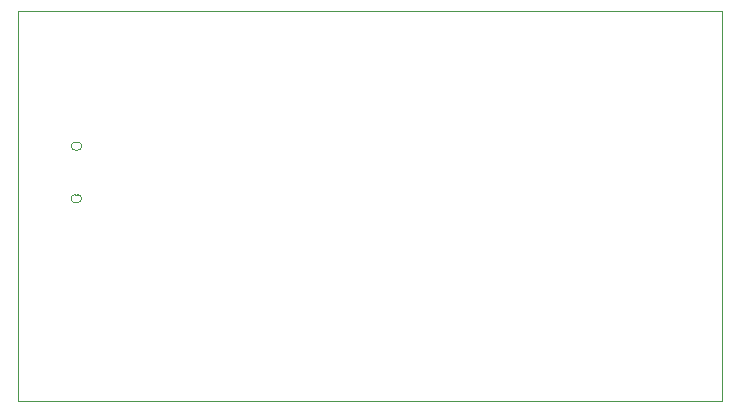
<source format=gbr>
%TF.GenerationSoftware,KiCad,Pcbnew,7.0.8*%
%TF.CreationDate,2024-10-30T19:33:40-07:00*%
%TF.ProjectId,ECE196Team13,45434531-3936-4546-9561-6d31332e6b69,1*%
%TF.SameCoordinates,Original*%
%TF.FileFunction,Profile,NP*%
%FSLAX46Y46*%
G04 Gerber Fmt 4.6, Leading zero omitted, Abs format (unit mm)*
G04 Created by KiCad (PCBNEW 7.0.8) date 2024-10-30 19:33:40*
%MOMM*%
%LPD*%
G01*
G04 APERTURE LIST*
%TA.AperFunction,Profile*%
%ADD10C,0.100000*%
%TD*%
%TA.AperFunction,Profile*%
%ADD11C,0.010000*%
%TD*%
G04 APERTURE END LIST*
D10*
X133825000Y-39325000D02*
X193400000Y-39325000D01*
X193400000Y-72350000D01*
X133825000Y-72350000D01*
X133825000Y-39325000D01*
D11*
%TO.C,I1*%
X138650000Y-50450000D02*
X138850000Y-50450000D01*
X138650000Y-54900000D02*
X138850000Y-54900000D01*
X139200000Y-50800000D02*
G75*
G03*
X138850000Y-50450000I-350001J-1D01*
G01*
X138850000Y-51150000D02*
G75*
G03*
X139200000Y-50800000I-1J350001D01*
G01*
X138650000Y-50450000D02*
G75*
G03*
X138300000Y-50800000I1J-350001D01*
G01*
X138300000Y-50800000D02*
G75*
G03*
X138650000Y-51150000I350001J1D01*
G01*
X138850000Y-51150001D02*
G75*
G03*
X138650000Y-51150001I-100000J-3552999D01*
G01*
X139200000Y-55250000D02*
G75*
G03*
X138850000Y-54900000I-350000J0D01*
G01*
X138850000Y-55600000D02*
G75*
G03*
X139200000Y-55250000I0J350000D01*
G01*
X138650000Y-54900000D02*
G75*
G03*
X138300000Y-55250000I0J-350000D01*
G01*
X138300000Y-55250000D02*
G75*
G03*
X138650000Y-55600000I350000J0D01*
G01*
X138850000Y-55600001D02*
G75*
G03*
X138650000Y-55600001I-100000J-3552999D01*
G01*
%TD*%
M02*

</source>
